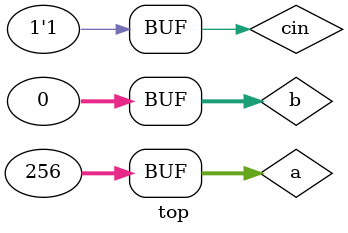
<source format=v>
`include "coe17b024_exp1_32bitadder_v1.v"

module top;

reg[31:0] a, b;
reg cin;
wire[31:0] sum;
wire ca;

     ThrtBitAdder SBA_0(a,b,cin,sum,ca);

initial
begin
	a=0;
	b=0;
	cin=1;
	#100 
	a =512;
	b = 16;
	cin = 0;
	#100
	a =256;
	b = 0;
	cin = 1;
end

initial
begin
	$monitor($time, "a = %d, b = %d,cin = %b, Sum = %d, ca = %b",a,b,cin,sum, ca);
	$dumpfile("32bit.vcd");
	$dumpvars;
end

endmodule

</source>
